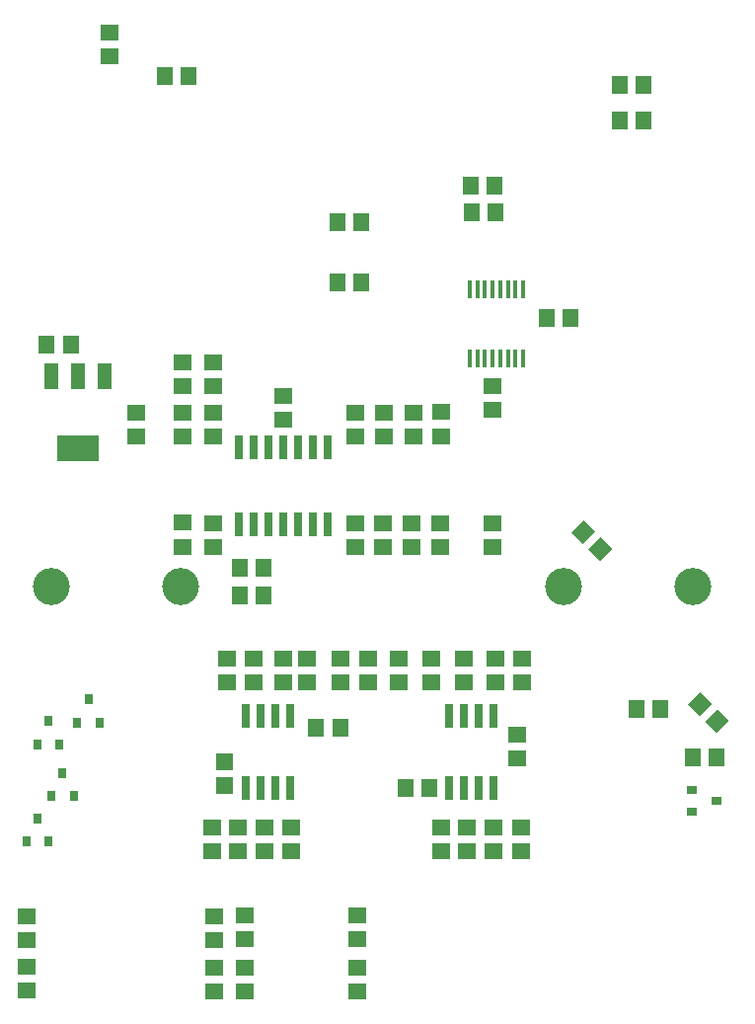
<source format=gbp>
G04 MADE WITH FRITZING*
G04 WWW.FRITZING.ORG*
G04 DOUBLE SIDED*
G04 HOLES PLATED*
G04 CONTOUR ON CENTER OF CONTOUR VECTOR*
%ASAXBY*%
%FSLAX23Y23*%
%MOIN*%
%OFA0B0*%
%SFA1.0B1.0*%
%ADD10C,0.125105*%
%ADD11R,0.035433X0.031496*%
%ADD12R,0.026000X0.080000*%
%ADD13R,0.055118X0.059055*%
%ADD14R,0.048000X0.088000*%
%ADD15R,0.141732X0.086614*%
%ADD16R,0.059055X0.055118*%
%ADD17R,0.031496X0.035433*%
%ADD18R,0.015748X0.062992*%
%LNPASTEMASK0*%
G90*
G70*
G54D10*
X2335Y1980D03*
X1898Y1980D03*
X2335Y1980D03*
X1898Y1980D03*
X2335Y1980D03*
X1898Y1980D03*
X606Y1980D03*
X169Y1980D03*
X606Y1980D03*
X169Y1980D03*
X606Y1980D03*
X169Y1980D03*
G54D11*
X2333Y1220D03*
X2333Y1295D03*
X2415Y1257D03*
G54D12*
X824Y1543D03*
X874Y1543D03*
X924Y1543D03*
X974Y1543D03*
X974Y1301D03*
X924Y1301D03*
X874Y1301D03*
X824Y1301D03*
X1513Y1543D03*
X1563Y1543D03*
X1613Y1543D03*
X1663Y1543D03*
X1663Y1301D03*
X1613Y1301D03*
X1563Y1301D03*
X1513Y1301D03*
G54D13*
X234Y2799D03*
X153Y2799D03*
G54D14*
X167Y2692D03*
X258Y2692D03*
X349Y2692D03*
G54D15*
X258Y2448D03*
G54D13*
X2167Y3554D03*
X2087Y3554D03*
X1667Y3243D03*
X1587Y3243D03*
X1214Y3007D03*
X1134Y3007D03*
X1214Y3212D03*
X1134Y3212D03*
X1665Y3333D03*
X1585Y3333D03*
X2167Y3673D03*
X2087Y3673D03*
G54D16*
X1659Y2576D03*
X1659Y2657D03*
X951Y2625D03*
X951Y2545D03*
G54D13*
X1923Y2886D03*
X1842Y2886D03*
G54D17*
X331Y1522D03*
X256Y1522D03*
X294Y1601D03*
X195Y1447D03*
X120Y1447D03*
X157Y1526D03*
X244Y1273D03*
X169Y1273D03*
X206Y1351D03*
X159Y1120D03*
X85Y1120D03*
X122Y1199D03*
G54D18*
X1761Y2751D03*
X1735Y2751D03*
X1710Y2751D03*
X1684Y2751D03*
X1659Y2751D03*
X1633Y2751D03*
X1607Y2751D03*
X1582Y2751D03*
X1582Y2984D03*
X1607Y2984D03*
X1633Y2984D03*
X1659Y2984D03*
X1684Y2984D03*
X1710Y2984D03*
X1735Y2984D03*
X1761Y2984D03*
G54D12*
X802Y2451D03*
X852Y2451D03*
X902Y2451D03*
X952Y2451D03*
X1002Y2451D03*
X1052Y2451D03*
X1102Y2451D03*
X1102Y2190D03*
X1052Y2190D03*
X1002Y2190D03*
X952Y2190D03*
X902Y2190D03*
X852Y2190D03*
X802Y2190D03*
G54D16*
X455Y2487D03*
X455Y2568D03*
X364Y3771D03*
X364Y3852D03*
G54D13*
X632Y3704D03*
X551Y3704D03*
G54D16*
X85Y617D03*
X85Y698D03*
X85Y869D03*
X85Y789D03*
X718Y614D03*
X718Y694D03*
X718Y869D03*
X718Y789D03*
X821Y871D03*
X821Y791D03*
X821Y614D03*
X821Y694D03*
X1203Y614D03*
X1203Y694D03*
X1203Y871D03*
X1203Y791D03*
X1486Y2570D03*
X1486Y2489D03*
X714Y2739D03*
X714Y2659D03*
G54D13*
X886Y2043D03*
X805Y2043D03*
X1364Y1302D03*
X1445Y1302D03*
X1144Y1503D03*
X1063Y1503D03*
G54D16*
X1742Y1401D03*
X1742Y1482D03*
X951Y1739D03*
X951Y1659D03*
X1033Y1739D03*
X1033Y1659D03*
X762Y1739D03*
X762Y1659D03*
X852Y1739D03*
X852Y1659D03*
X978Y1169D03*
X978Y1088D03*
X888Y1169D03*
X888Y1088D03*
X797Y1169D03*
X797Y1088D03*
X711Y1169D03*
X711Y1088D03*
X1486Y1169D03*
X1486Y1088D03*
X1754Y1169D03*
X1754Y1088D03*
X1573Y1169D03*
X1573Y1088D03*
X1663Y1169D03*
X1663Y1088D03*
X1144Y1739D03*
X1144Y1659D03*
X1238Y1739D03*
X1238Y1659D03*
X1340Y1739D03*
X1340Y1659D03*
X1451Y1739D03*
X1451Y1659D03*
X1561Y1739D03*
X1561Y1659D03*
X1667Y1739D03*
X1667Y1659D03*
X1758Y1739D03*
X1758Y1659D03*
X1659Y2195D03*
X1659Y2114D03*
X1482Y2195D03*
X1482Y2114D03*
X612Y2659D03*
X612Y2739D03*
X1392Y2568D03*
X1392Y2487D03*
G54D13*
X886Y1952D03*
X805Y1952D03*
G54D16*
X1384Y2195D03*
X1384Y2114D03*
X612Y2566D03*
X612Y2486D03*
X714Y2568D03*
X714Y2487D03*
X1289Y2195D03*
X1289Y2114D03*
X1293Y2568D03*
X1293Y2487D03*
X1194Y2568D03*
X1194Y2487D03*
X612Y2196D03*
X612Y2115D03*
X714Y2195D03*
X714Y2114D03*
X1194Y2195D03*
X1194Y2114D03*
G54D13*
X2415Y1405D03*
X2335Y1405D03*
X2226Y1566D03*
X2146Y1566D03*
G36*
X1925Y2164D02*
X1967Y2205D01*
X2006Y2166D01*
X1964Y2125D01*
X1925Y2164D01*
G37*
D02*
G36*
X1982Y2107D02*
X2024Y2148D01*
X2063Y2109D01*
X2021Y2068D01*
X1982Y2107D01*
G37*
D02*
G36*
X724Y1417D02*
X783Y1417D01*
X783Y1362D01*
X724Y1362D01*
X724Y1417D01*
G37*
D02*
G36*
X724Y1336D02*
X783Y1336D01*
X783Y1281D01*
X724Y1281D01*
X724Y1336D01*
G37*
D02*
G36*
X2456Y1528D02*
X2414Y1487D01*
X2375Y1525D01*
X2417Y1567D01*
X2456Y1528D01*
G37*
D02*
G36*
X2399Y1585D02*
X2357Y1544D01*
X2318Y1583D01*
X2360Y1624D01*
X2399Y1585D01*
G37*
D02*
G04 End of PasteMask0*
M02*
</source>
